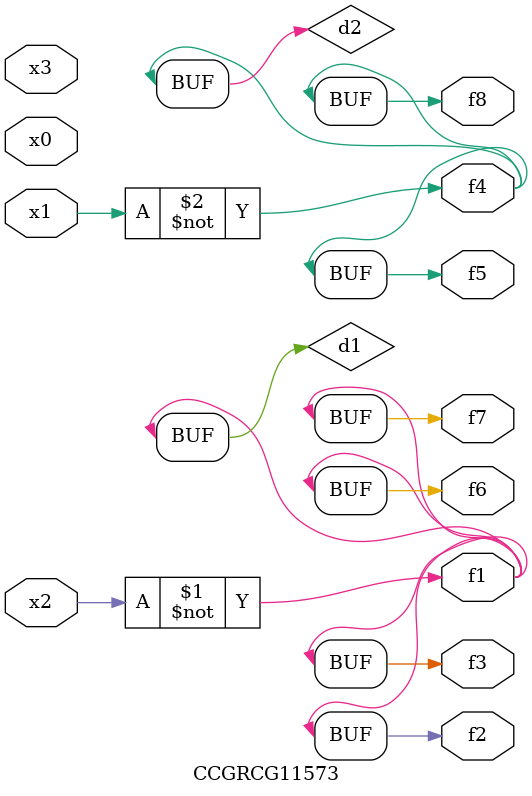
<source format=v>
module CCGRCG11573(
	input x0, x1, x2, x3,
	output f1, f2, f3, f4, f5, f6, f7, f8
);

	wire d1, d2;

	xnor (d1, x2);
	not (d2, x1);
	assign f1 = d1;
	assign f2 = d1;
	assign f3 = d1;
	assign f4 = d2;
	assign f5 = d2;
	assign f6 = d1;
	assign f7 = d1;
	assign f8 = d2;
endmodule

</source>
